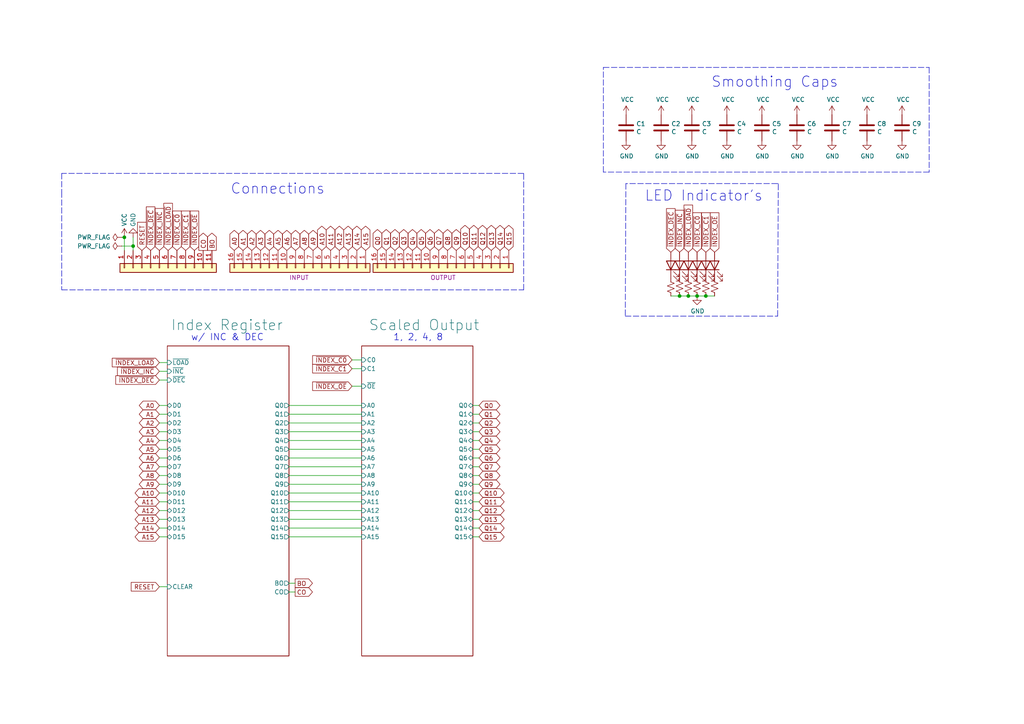
<source format=kicad_sch>
(kicad_sch (version 20211123) (generator eeschema)
  (paper "A4")
  (lib_symbols
    (symbol "Connector_Generic:Conn_01x11" (pin_names (offset 1.016) hide)
      (property "Reference" "J" (at 0 15.24 0))
      (property "Value" "Conn_01x11" (at 0 -15.24 0))
      (symbol "Conn_01x11_1_1"
        (rectangle (start -1.27 -12.573) (end 0 -12.827) (stroke (width 0.1524)))
        (rectangle (start -1.27 -10.033) (end 0 -10.287) (stroke (width 0.1524)))
        (rectangle (start -1.27 -7.493) (end 0 -7.747) (stroke (width 0.1524)))
        (rectangle (start -1.27 -4.953) (end 0 -5.207) (stroke (width 0.1524)))
        (rectangle (start -1.27 -2.413) (end 0 -2.667) (stroke (width 0.1524)))
        (rectangle (start -1.27 0.127) (end 0 -0.127) (stroke (width 0.1524)))
        (rectangle (start -1.27 2.667) (end 0 2.413) (stroke (width 0.1524)))
        (rectangle (start -1.27 5.207) (end 0 4.953) (stroke (width 0.1524)))
        (rectangle (start -1.27 7.747) (end 0 7.493) (stroke (width 0.1524)))
        (rectangle (start -1.27 10.287) (end 0 10.033) (stroke (width 0.1524)))
        (rectangle (start -1.27 12.827) (end 0 12.573) (stroke (width 0.1524)))
        (rectangle (start -1.27 13.97) (end 1.27 -13.97) (stroke (width 0.254)) (fill (type background)))
        (pin passive line (at -5.08 12.7 0) (length 3.81) (name "Pin_1") (number "1"))
        (pin passive line (at -5.08 -10.16 0) (length 3.81) (name "Pin_10") (number "10"))
        (pin passive line (at -5.08 -12.7 0) (length 3.81) (name "Pin_11") (number "11"))
        (pin passive line (at -5.08 10.16 0) (length 3.81) (name "Pin_2") (number "2"))
        (pin passive line (at -5.08 7.62 0) (length 3.81) (name "Pin_3") (number "3"))
        (pin passive line (at -5.08 5.08 0) (length 3.81) (name "Pin_4") (number "4"))
        (pin passive line (at -5.08 2.54 0) (length 3.81) (name "Pin_5") (number "5"))
        (pin passive line (at -5.08 0 0) (length 3.81) (name "Pin_6") (number "6"))
        (pin passive line (at -5.08 -2.54 0) (length 3.81) (name "Pin_7") (number "7"))
        (pin passive line (at -5.08 -5.08 0) (length 3.81) (name "Pin_8") (number "8"))
        (pin passive line (at -5.08 -7.62 0) (length 3.81) (name "Pin_9") (number "9"))
      )
    )
    (symbol "Connector_Generic:Conn_01x16" (pin_names (offset 1.016) hide)
      (property "Reference" "J" (at 0 20.32 0))
      (property "Value" "Conn_01x16" (at 0 -22.86 0))
      (symbol "Conn_01x16_1_1"
        (rectangle (start -1.27 -20.193) (end 0 -20.447) (stroke (width 0.1524)))
        (rectangle (start -1.27 -17.653) (end 0 -17.907) (stroke (width 0.1524)))
        (rectangle (start -1.27 -15.113) (end 0 -15.367) (stroke (width 0.1524)))
        (rectangle (start -1.27 -12.573) (end 0 -12.827) (stroke (width 0.1524)))
        (rectangle (start -1.27 -10.033) (end 0 -10.287) (stroke (width 0.1524)))
        (rectangle (start -1.27 -7.493) (end 0 -7.747) (stroke (width 0.1524)))
        (rectangle (start -1.27 -4.953) (end 0 -5.207) (stroke (width 0.1524)))
        (rectangle (start -1.27 -2.413) (end 0 -2.667) (stroke (width 0.1524)))
        (rectangle (start -1.27 0.127) (end 0 -0.127) (stroke (width 0.1524)))
        (rectangle (start -1.27 2.667) (end 0 2.413) (stroke (width 0.1524)))
        (rectangle (start -1.27 5.207) (end 0 4.953) (stroke (width 0.1524)))
        (rectangle (start -1.27 7.747) (end 0 7.493) (stroke (width 0.1524)))
        (rectangle (start -1.27 10.287) (end 0 10.033) (stroke (width 0.1524)))
        (rectangle (start -1.27 12.827) (end 0 12.573) (stroke (width 0.1524)))
        (rectangle (start -1.27 15.367) (end 0 15.113) (stroke (width 0.1524)))
        (rectangle (start -1.27 17.907) (end 0 17.653) (stroke (width 0.1524)))
        (rectangle (start -1.27 19.05) (end 1.27 -21.59) (stroke (width 0.254)) (fill (type background)))
        (pin passive line (at -5.08 17.78 0) (length 3.81) (name "Pin_1") (number "1"))
        (pin passive line (at -5.08 -5.08 0) (length 3.81) (name "Pin_10") (number "10"))
        (pin passive line (at -5.08 -7.62 0) (length 3.81) (name "Pin_11") (number "11"))
        (pin passive line (at -5.08 -10.16 0) (length 3.81) (name "Pin_12") (number "12"))
        (pin passive line (at -5.08 -12.7 0) (length 3.81) (name "Pin_13") (number "13"))
        (pin passive line (at -5.08 -15.24 0) (length 3.81) (name "Pin_14") (number "14"))
        (pin passive line (at -5.08 -17.78 0) (length 3.81) (name "Pin_15") (number "15"))
        (pin passive line (at -5.08 -20.32 0) (length 3.81) (name "Pin_16") (number "16"))
        (pin passive line (at -5.08 15.24 0) (length 3.81) (name "Pin_2") (number "2"))
        (pin passive line (at -5.08 12.7 0) (length 3.81) (name "Pin_3") (number "3"))
        (pin passive line (at -5.08 10.16 0) (length 3.81) (name "Pin_4") (number "4"))
        (pin passive line (at -5.08 7.62 0) (length 3.81) (name "Pin_5") (number "5"))
        (pin passive line (at -5.08 5.08 0) (length 3.81) (name "Pin_6") (number "6"))
        (pin passive line (at -5.08 2.54 0) (length 3.81) (name "Pin_7") (number "7"))
        (pin passive line (at -5.08 0 0) (length 3.81) (name "Pin_8") (number "8"))
        (pin passive line (at -5.08 -2.54 0) (length 3.81) (name "Pin_9") (number "9"))
      )
    )
    (symbol "Device:C" (pin_numbers hide) (pin_names (offset 0.254))
      (property "Reference" "C" (at 0.635 2.54 0))
      (property "Value" "C" (at 0.635 -2.54 0))
      (symbol "C_0_1"
        (polyline (pts (xy -2.032 -0.762) (xy 2.032 -0.762)) (stroke (width 0.508)))
        (polyline (pts (xy -2.032 0.762) (xy 2.032 0.762)) (stroke (width 0.508)))
      )
      (symbol "C_1_1"
        (pin passive line (at 0 3.81 270) (length 2.794) (name "~") (number "1"))
        (pin passive line (at 0 -3.81 90) (length 2.794) (name "~") (number "2"))
      )
    )
    (symbol "Device:LED" (pin_numbers hide) (pin_names (offset 1.016) hide)
      (property "Reference" "D" (at 0 2.54 0))
      (property "Value" "LED" (at 0 -2.54 0))
      (symbol "LED_0_1"
        (polyline (pts (xy -1.27 -1.27) (xy -1.27 1.27)) (stroke (width 0.254)))
        (polyline (pts (xy -1.27 0) (xy 1.27 0)))
        (polyline (pts (xy 1.27 -1.27) (xy 1.27 1.27) (xy -1.27 0) (xy 1.27 -1.27)) (stroke (width 0.254)))
        (polyline (pts (xy -3.048 -0.762) (xy -4.572 -2.286) (xy -3.81 -2.286) (xy -4.572 -2.286) (xy -4.572 -1.524)))
        (polyline (pts (xy -1.778 -0.762) (xy -3.302 -2.286) (xy -2.54 -2.286) (xy -3.302 -2.286) (xy -3.302 -1.524)))
      )
      (symbol "LED_1_1"
        (pin passive line (at -3.81 0 0) (length 2.54) (name "K") (number "1"))
        (pin passive line (at 3.81 0 180) (length 2.54) (name "A") (number "2"))
      )
    )
    (symbol "Device:R_Small_US" (pin_numbers hide) (pin_names (offset 0.254) hide)
      (property "Reference" "R" (at 0.762 0.508 0))
      (property "Value" "R_Small_US" (at 0.762 -1.016 0))
      (symbol "R_Small_US_1_1"
        (polyline (pts (xy 0 0) (xy 1.016 -0.381) (xy 0 -0.762) (xy -1.016 -1.143) (xy 0 -1.524)))
        (polyline (pts (xy 0 1.524) (xy 1.016 1.143) (xy 0 0.762) (xy -1.016 0.381) (xy 0 0)))
        (pin passive line (at 0 2.54 270) (length 1.016) (name "~") (number "1"))
        (pin passive line (at 0 -2.54 90) (length 1.016) (name "~") (number "2"))
      )
    )
    (symbol "power:GND" (power) (pin_names (offset 0))
      (property "Value" "GND" (at 0 -3.81 0))
      (symbol "GND_0_1"
        (polyline (pts (xy 0 0) (xy 0 -1.27) (xy 1.27 -1.27) (xy 0 -2.54) (xy -1.27 -1.27) (xy 0 -1.27)))
      )
      (symbol "GND_1_1"
        (pin power_in line (at 0 0 270) (length 0) hide (name "GND") (number "1"))
      )
    )
    (symbol "power:PWR_FLAG" (power) (pin_numbers hide) (pin_names (offset 0) hide)
      (property "Value" "PWR_FLAG" (at 0 3.81 0))
      (symbol "PWR_FLAG_0_0"
        (pin power_out line (at 0 0 90) (length 0) (name "pwr") (number "1"))
      )
      (symbol "PWR_FLAG_0_1"
        (polyline (pts (xy 0 0) (xy 0 1.27) (xy -1.016 1.905) (xy 0 2.54) (xy 1.016 1.905) (xy 0 1.27)))
      )
    )
    (symbol "power:VCC" (power) (pin_names (offset 0))
      (property "Value" "VCC" (at 0 3.81 0))
      (symbol "VCC_0_1"
        (polyline (pts (xy -0.762 1.27) (xy 0 2.54)))
        (polyline (pts (xy 0 0) (xy 0 2.54)))
        (polyline (pts (xy 0 2.54) (xy 0.762 1.27)))
      )
      (symbol "VCC_1_1"
        (pin power_in line (at 0 0 90) (length 0) hide (name "VCC") (number "1"))
      )
    )
  )
  (junction (at 197.104 85.852))
  (junction (at 38.608 71.374))
  (junction (at 204.724 85.852))
  (junction (at 36.068 68.834))
  (junction (at 202.184 85.852))
  (junction (at 199.644 85.852))
  (wire (pts (xy 38.608 71.374) (xy 38.608 72.644)))
  (polyline (pts (xy 225.6028 53.2384) (xy 225.7298 53.2384)))
  (wire (pts (xy 83.82 130.302) (xy 104.902 130.302)))
  (wire (pts (xy 46.228 132.842) (xy 48.514 132.842)))
  (wire (pts (xy 46.228 125.222) (xy 48.514 125.222)))
  (wire (pts (xy 46.228 145.542) (xy 48.514 145.542)))
  (polyline (pts (xy 225.4758 53.2384) (xy 181.5338 53.2384)))
  (wire (pts (xy 46.228 143.002) (xy 48.514 143.002)))
  (wire (pts (xy 83.82 148.082) (xy 104.902 148.082)))
  (wire (pts (xy 46.228 155.702) (xy 48.514 155.702)))
  (wire (pts (xy 83.82 117.602) (xy 104.902 117.602)))
  (wire (pts (xy 137.16 117.602) (xy 138.938 117.602)))
  (polyline (pts (xy 17.907 55.626) (xy 17.907 84.074)))
  (wire (pts (xy 83.82 140.462) (xy 104.902 140.462)))
  (wire (pts (xy 35.306 71.374) (xy 38.608 71.374)))
  (polyline (pts (xy 181.356 91.694) (xy 225.552 91.694)))
  (wire (pts (xy 46.228 140.462) (xy 48.514 140.462)))
  (polyline (pts (xy 269.494 49.911) (xy 175.006 49.911)))
  (polyline (pts (xy 175.006 49.911) (xy 175.006 19.558)))
  (wire (pts (xy 83.82 150.622) (xy 104.902 150.622)))
  (wire (pts (xy 137.16 120.142) (xy 138.938 120.142)))
  (wire (pts (xy 46.228 127.762) (xy 48.514 127.762)))
  (polyline (pts (xy 175.006 19.558) (xy 206.883 19.558)))
  (wire (pts (xy 83.82 137.922) (xy 104.902 137.922)))
  (wire (pts (xy 137.16 153.162) (xy 138.938 153.162)))
  (wire (pts (xy 137.16 145.542) (xy 138.938 145.542)))
  (wire (pts (xy 137.16 125.222) (xy 138.938 125.222)))
  (wire (pts (xy 46.228 122.682) (xy 48.514 122.682)))
  (wire (pts (xy 46.228 148.082) (xy 48.514 148.082)))
  (polyline (pts (xy 17.907 50.292) (xy 17.907 55.753)))
  (wire (pts (xy 137.16 137.922) (xy 138.938 137.922)))
  (wire (pts (xy 46.228 117.602) (xy 48.514 117.602)))
  (polyline (pts (xy 181.5338 53.2384) (xy 181.356 91.694)))
  (wire (pts (xy 194.564 85.852) (xy 197.104 85.852)))
  (polyline (pts (xy 225.552 91.694) (xy 225.7298 53.2384)))
  (wire (pts (xy 46.228 135.382) (xy 48.514 135.382)))
  (wire (pts (xy 46.228 130.302) (xy 48.514 130.302)))
  (wire (pts (xy 83.82 155.702) (xy 104.902 155.702)))
  (wire (pts (xy 137.16 127.762) (xy 138.938 127.762)))
  (polyline (pts (xy 206.883 19.558) (xy 269.494 19.558)))
  (wire (pts (xy 199.644 85.852) (xy 202.184 85.852)))
  (wire (pts (xy 46.228 170.18) (xy 48.514 170.18)))
  (polyline (pts (xy 151.892 84.074) (xy 151.892 50.292)))
  (wire (pts (xy 46.228 137.922) (xy 48.514 137.922)))
  (wire (pts (xy 137.16 130.302) (xy 138.938 130.302)))
  (wire (pts (xy 83.82 122.682) (xy 104.902 122.682)))
  (wire (pts (xy 83.82 125.222) (xy 104.902 125.222)))
  (wire (pts (xy 46.228 105.156) (xy 48.514 105.156)))
  (polyline (pts (xy 17.907 84.074) (xy 151.892 84.074)))
  (wire (pts (xy 137.16 143.002) (xy 138.938 143.002)))
  (wire (pts (xy 202.184 85.852) (xy 204.724 85.852)))
  (wire (pts (xy 83.82 127.762) (xy 104.902 127.762)))
  (wire (pts (xy 102.108 104.394) (xy 104.902 104.394)))
  (wire (pts (xy 197.104 85.852) (xy 199.644 85.852)))
  (wire (pts (xy 83.82 169.164) (xy 85.598 169.164)))
  (wire (pts (xy 83.82 135.382) (xy 104.902 135.382)))
  (wire (pts (xy 46.228 110.236) (xy 48.514 110.236)))
  (wire (pts (xy 83.82 120.142) (xy 104.902 120.142)))
  (wire (pts (xy 137.16 155.702) (xy 138.938 155.702)))
  (wire (pts (xy 35.306 68.834) (xy 36.068 68.834)))
  (wire (pts (xy 36.068 68.834) (xy 36.068 72.644)))
  (wire (pts (xy 137.16 140.462) (xy 138.938 140.462)))
  (wire (pts (xy 83.82 143.002) (xy 104.902 143.002)))
  (wire (pts (xy 46.228 150.622) (xy 48.514 150.622)))
  (wire (pts (xy 204.724 85.852) (xy 207.264 85.852)))
  (wire (pts (xy 46.228 153.162) (xy 48.514 153.162)))
  (wire (pts (xy 137.16 135.382) (xy 138.938 135.382)))
  (wire (pts (xy 46.228 107.696) (xy 48.514 107.696)))
  (polyline (pts (xy 151.892 50.292) (xy 17.907 50.292)))
  (wire (pts (xy 83.82 171.704) (xy 85.598 171.704)))
  (wire (pts (xy 102.108 106.934) (xy 104.902 106.934)))
  (wire (pts (xy 137.16 132.842) (xy 138.938 132.842)))
  (wire (pts (xy 102.108 112.014) (xy 104.902 112.014)))
  (wire (pts (xy 137.16 148.082) (xy 138.938 148.082)))
  (wire (pts (xy 83.82 153.162) (xy 104.902 153.162)))
  (wire (pts (xy 46.228 120.142) (xy 48.514 120.142)))
  (polyline (pts (xy 269.494 19.558) (xy 269.494 49.911)))
  (wire (pts (xy 38.608 68.834) (xy 38.608 71.374)))
  (wire (pts (xy 137.16 150.622) (xy 138.938 150.622)))
  (wire (pts (xy 137.16 122.682) (xy 138.938 122.682)))
  (wire (pts (xy 83.82 145.542) (xy 104.902 145.542)))
  (wire (pts (xy 83.82 132.842) (xy 104.902 132.842)))
  (text "1, 2, 4, 8" (at 114.046 99.06 0) (effects (font (size 1.9 1.9)) (justify left bottom)))
  (text "Connections" (at 66.802 56.642 0) (effects (font (size 3 3)) (justify left bottom)))
  (text "w/ INC & DEC" (at 55.372 99.06 0) (effects (font (size 1.9 1.9)) (justify left bottom)))
  (text "LED Indicator's" (at 186.944 58.674 0) (effects (font (size 3 3)) (justify left bottom)))
  (text "Smoothing Caps" (at 206.248 25.654 0) (effects (font (size 3 3)) (justify left bottom)))
  (global_label "A0" (shape tri_state) (at 46.228 117.602 180) (property "Intersheet References" "${INTERSHEET_REFS}" (effects hide)))
  (global_label "Q10" (shape tri_state) (at 134.874 72.644 90) (property "Intersheet References" "${INTERSHEET_REFS}" (effects hide)))
  (global_label "A10" (shape tri_state) (at 93.345 72.644 90) (property "Intersheet References" "${INTERSHEET_REFS}" (effects hide)))
  (global_label "A0" (shape tri_state) (at 67.945 72.644 90) (property "Intersheet References" "${INTERSHEET_REFS}" (effects hide)))
  (global_label "Q7" (shape tri_state) (at 127.254 72.644 90) (property "Intersheet References" "${INTERSHEET_REFS}" (effects hide)))
  (global_label "CO" (shape output) (at 58.928 72.644 90) (property "Intersheet References" "${INTERSHEET_REFS}" (effects hide)))
  (global_label "~{INDEX_OE}" (shape input) (at 207.264 73.152 90) (property "Intersheet References" "${INTERSHEET_REFS}" (effects hide)))
  (global_label "Q8" (shape tri_state) (at 129.794 72.644 90) (property "Intersheet References" "${INTERSHEET_REFS}" (effects hide)))
  (global_label "A5" (shape tri_state) (at 46.228 130.302 180) (property "Intersheet References" "${INTERSHEET_REFS}" (effects hide)))
  (global_label "Q15" (shape tri_state) (at 138.938 155.702 0) (property "Intersheet References" "${INTERSHEET_REFS}" (effects hide)))
  (global_label "A2" (shape tri_state) (at 46.228 122.682 180) (property "Intersheet References" "${INTERSHEET_REFS}" (effects hide)))
  (global_label "Q5" (shape tri_state) (at 122.174 72.644 90) (property "Intersheet References" "${INTERSHEET_REFS}" (effects hide)))
  (global_label "A7" (shape tri_state) (at 46.228 135.382 180) (property "Intersheet References" "${INTERSHEET_REFS}" (effects hide)))
  (global_label "A8" (shape tri_state) (at 88.265 72.644 90) (property "Intersheet References" "${INTERSHEET_REFS}" (effects hide)))
  (global_label "~{INDEX_DEC}" (shape input) (at 43.688 72.644 90) (property "Intersheet References" "${INTERSHEET_REFS}" (effects hide)))
  (global_label "A3" (shape tri_state) (at 46.228 125.222 180) (property "Intersheet References" "${INTERSHEET_REFS}" (effects hide)))
  (global_label "~{INDEX_LOAD}" (shape input) (at 46.228 105.156 180) (property "Intersheet References" "${INTERSHEET_REFS}" (effects hide)))
  (global_label "A13" (shape tri_state) (at 100.965 72.644 90) (property "Intersheet References" "${INTERSHEET_REFS}" (effects hide)))
  (global_label "Q14" (shape tri_state) (at 145.034 72.644 90) (property "Intersheet References" "${INTERSHEET_REFS}" (effects hide)))
  (global_label "Q9" (shape tri_state) (at 138.938 140.462 0) (property "Intersheet References" "${INTERSHEET_REFS}" (effects hide)))
  (global_label "Q12" (shape tri_state) (at 139.954 72.644 90) (property "Intersheet References" "${INTERSHEET_REFS}" (effects hide)))
  (global_label "A14" (shape tri_state) (at 46.228 153.162 180) (property "Intersheet References" "${INTERSHEET_REFS}" (effects hide)))
  (global_label "A1" (shape tri_state) (at 70.485 72.644 90) (property "Intersheet References" "${INTERSHEET_REFS}" (effects hide)))
  (global_label "A8" (shape tri_state) (at 46.228 137.922 180) (property "Intersheet References" "${INTERSHEET_REFS}" (effects hide)))
  (global_label "~{INDEX_OE}" (shape input) (at 56.388 72.644 90) (property "Intersheet References" "${INTERSHEET_REFS}" (effects hide)))
  (global_label "~{INDEX_DEC}" (shape input) (at 46.228 110.236 180) (property "Intersheet References" "${INTERSHEET_REFS}" (effects hide)))
  (global_label "Q7" (shape tri_state) (at 138.938 135.382 0) (property "Intersheet References" "${INTERSHEET_REFS}" (effects hide)))
  (global_label "A12" (shape tri_state) (at 98.425 72.644 90) (property "Intersheet References" "${INTERSHEET_REFS}" (effects hide)))
  (global_label "A1" (shape tri_state) (at 46.228 120.142 180) (property "Intersheet References" "${INTERSHEET_REFS}" (effects hide)))
  (global_label "Q10" (shape tri_state) (at 138.938 143.002 0) (property "Intersheet References" "${INTERSHEET_REFS}" (effects hide)))
  (global_label "CO" (shape output) (at 85.598 171.704 0) (property "Intersheet References" "${INTERSHEET_REFS}" (effects hide)))
  (global_label "Q5" (shape tri_state) (at 138.938 130.302 0) (property "Intersheet References" "${INTERSHEET_REFS}" (effects hide)))
  (global_label "A6" (shape tri_state) (at 83.185 72.644 90) (property "Intersheet References" "${INTERSHEET_REFS}" (effects hide)))
  (global_label "Q2" (shape tri_state) (at 138.938 122.682 0) (property "Intersheet References" "${INTERSHEET_REFS}" (effects hide)))
  (global_label "Q8" (shape tri_state) (at 138.938 137.922 0) (property "Intersheet References" "${INTERSHEET_REFS}" (effects hide)))
  (global_label "A4" (shape tri_state) (at 46.228 127.762 180) (property "Intersheet References" "${INTERSHEET_REFS}" (effects hide)))
  (global_label "A7" (shape tri_state) (at 85.725 72.644 90) (property "Intersheet References" "${INTERSHEET_REFS}" (effects hide)))
  (global_label "A9" (shape tri_state) (at 90.805 72.644 90) (property "Intersheet References" "${INTERSHEET_REFS}" (effects hide)))
  (global_label "RESET" (shape input) (at 46.228 170.18 180) (property "Intersheet References" "${INTERSHEET_REFS}" (effects hide)))
  (global_label "A15" (shape tri_state) (at 106.045 72.644 90) (property "Intersheet References" "${INTERSHEET_REFS}" (effects hide)))
  (global_label "Q0" (shape tri_state) (at 138.938 117.602 0) (property "Intersheet References" "${INTERSHEET_REFS}" (effects hide)))
  (global_label "A3" (shape tri_state) (at 75.565 72.644 90) (property "Intersheet References" "${INTERSHEET_REFS}" (effects hide)))
  (global_label "~{INDEX_C0}" (shape input) (at 51.308 72.644 90) (property "Intersheet References" "${INTERSHEET_REFS}" (effects hide)))
  (global_label "A2" (shape tri_state) (at 73.025 72.644 90) (property "Intersheet References" "${INTERSHEET_REFS}" (effects hide)))
  (global_label "Q0" (shape tri_state) (at 109.474 72.644 90) (property "Intersheet References" "${INTERSHEET_REFS}" (effects hide)))
  (global_label "~{INDEX_LOAD}" (shape input) (at 199.644 73.152 90) (property "Intersheet References" "${INTERSHEET_REFS}" (effects hide)))
  (global_label "A10" (shape tri_state) (at 46.228 143.002 180) (property "Intersheet References" "${INTERSHEET_REFS}" (effects hide)))
  (global_label "A15" (shape tri_state) (at 46.228 155.702 180) (property "Intersheet References" "${INTERSHEET_REFS}" (effects hide)))
  (global_label "Q1" (shape tri_state) (at 138.938 120.142 0) (property "Intersheet References" "${INTERSHEET_REFS}" (effects hide)))
  (global_label "A13" (shape tri_state) (at 46.228 150.622 180) (property "Intersheet References" "${INTERSHEET_REFS}" (effects hide)))
  (global_label "A11" (shape tri_state) (at 95.885 72.644 90) (property "Intersheet References" "${INTERSHEET_REFS}" (effects hide)))
  (global_label "~{INDEX_C1}" (shape input) (at 53.848 72.644 90) (property "Intersheet References" "${INTERSHEET_REFS}" (effects hide)))
  (global_label "~{INDEX_INC}" (shape input) (at 197.104 73.152 90) (property "Intersheet References" "${INTERSHEET_REFS}" (effects hide)))
  (global_label "Q3" (shape tri_state) (at 138.938 125.222 0) (property "Intersheet References" "${INTERSHEET_REFS}" (effects hide)))
  (global_label "~{INDEX_C0}" (shape input) (at 202.184 73.152 90) (property "Intersheet References" "${INTERSHEET_REFS}" (effects hide)))
  (global_label "~{INDEX_LOAD}" (shape input) (at 48.768 72.644 90) (property "Intersheet References" "${INTERSHEET_REFS}" (effects hide)))
  (global_label "A11" (shape tri_state) (at 46.228 145.542 180) (property "Intersheet References" "${INTERSHEET_REFS}" (effects hide)))
  (global_label "Q4" (shape tri_state) (at 119.634 72.644 90) (property "Intersheet References" "${INTERSHEET_REFS}" (effects hide)))
  (global_label "A5" (shape tri_state) (at 80.645 72.644 90) (property "Intersheet References" "${INTERSHEET_REFS}" (effects hide)))
  (global_label "A14" (shape tri_state) (at 103.505 72.644 90) (property "Intersheet References" "${INTERSHEET_REFS}" (effects hide)))
  (global_label "~{INDEX_OE}" (shape input) (at 102.108 112.014 180) (property "Intersheet References" "${INTERSHEET_REFS}" (effects hide)))
  (global_label "Q6" (shape tri_state) (at 138.938 132.842 0) (property "Intersheet References" "${INTERSHEET_REFS}" (effects hide)))
  (global_label "Q1" (shape tri_state) (at 112.014 72.644 90) (property "Intersheet References" "${INTERSHEET_REFS}" (effects hide)))
  (global_label "A6" (shape tri_state) (at 46.228 132.842 180) (property "Intersheet References" "${INTERSHEET_REFS}" (effects hide)))
  (global_label "~{INDEX_INC}" (shape input) (at 46.228 72.644 90) (property "Intersheet References" "${INTERSHEET_REFS}" (effects hide)))
  (global_label "BO" (shape output) (at 85.598 169.164 0) (property "Intersheet References" "${INTERSHEET_REFS}" (effects hide)))
  (global_label "Q11" (shape tri_state) (at 137.414 72.644 90) (property "Intersheet References" "${INTERSHEET_REFS}" (effects hide)))
  (global_label "~{INDEX_INC}" (shape input) (at 46.228 107.696 180) (property "Intersheet References" "${INTERSHEET_REFS}" (effects hide)))
  (global_label "BO" (shape output) (at 61.468 72.644 90) (property "Intersheet References" "${INTERSHEET_REFS}" (effects hide)))
  (global_label "A9" (shape tri_state) (at 46.228 140.462 180) (property "Intersheet References" "${INTERSHEET_REFS}" (effects hide)))
  (global_label "~{INDEX_C0}" (shape input) (at 102.108 104.394 180) (property "Intersheet References" "${INTERSHEET_REFS}" (effects hide)))
  (global_label "Q13" (shape tri_state) (at 138.938 150.622 0) (property "Intersheet References" "${INTERSHEET_REFS}" (effects hide)))
  (global_label "A4" (shape tri_state) (at 78.105 72.644 90) (property "Intersheet References" "${INTERSHEET_REFS}" (effects hide)))
  (global_label "~{INDEX_DEC}" (shape input) (at 194.564 73.152 90) (property "Intersheet References" "${INTERSHEET_REFS}" (effects hide)))
  (global_label "A12" (shape tri_state) (at 46.228 148.082 180) (property "Intersheet References" "${INTERSHEET_REFS}" (effects hide)))
  (global_label "Q14" (shape tri_state) (at 138.938 153.162 0) (property "Intersheet References" "${INTERSHEET_REFS}" (effects hide)))
  (global_label "Q6" (shape tri_state) (at 124.714 72.644 90) (property "Intersheet References" "${INTERSHEET_REFS}" (effects hide)))
  (global_label "Q15" (shape tri_state) (at 147.574 72.644 90) (property "Intersheet References" "${INTERSHEET_REFS}" (effects hide)))
  (global_label "Q9" (shape tri_state) (at 132.334 72.644 90) (property "Intersheet References" "${INTERSHEET_REFS}" (effects hide)))
  (global_label "RESET" (shape input) (at 41.148 72.644 90) (property "Intersheet References" "${INTERSHEET_REFS}" (effects hide)))
  (global_label "Q4" (shape tri_state) (at 138.938 127.762 0) (property "Intersheet References" "${INTERSHEET_REFS}" (effects hide)))
  (global_label "~{INDEX_C1}" (shape input) (at 102.108 106.934 180) (property "Intersheet References" "${INTERSHEET_REFS}" (effects hide)))
  (global_label "Q11" (shape tri_state) (at 138.938 145.542 0) (property "Intersheet References" "${INTERSHEET_REFS}" (effects hide)))
  (global_label "Q13" (shape tri_state) (at 142.494 72.644 90) (property "Intersheet References" "${INTERSHEET_REFS}" (effects hide)))
  (global_label "~{INDEX_C1}" (shape input) (at 204.724 73.152 90) (property "Intersheet References" "${INTERSHEET_REFS}" (effects hide)))
  (global_label "Q12" (shape tri_state) (at 138.938 148.082 0) (property "Intersheet References" "${INTERSHEET_REFS}" (effects hide)))
  (global_label "Q2" (shape tri_state) (at 114.554 72.644 90) (property "Intersheet References" "${INTERSHEET_REFS}" (effects hide)))
  (global_label "Q3" (shape tri_state) (at 117.094 72.644 90) (property "Intersheet References" "${INTERSHEET_REFS}" (effects hide)))
  (symbol (lib_id "Device:C") (at 261.62 37.084 0) (unit 1)
    (property "Reference" "C9" (at 264.541 35.9156 0) (effects (justify left)))
    (property "Value" "C" (at 264.541 38.227 0) (effects (justify left)))
    (property "Footprint" "Capacitor_SMD:C_0805_2012Metric" (effects hide))
  )
  (symbol (lib_id "Device:R_Small_US") (at 204.724 83.312 0) (unit 1)
    (property "Reference" "R5" (effects hide))
    (property "Value" "R_Small_US" (effects hide))
    (property "Footprint" "Resistor_SMD:R_0805_2012Metric" (effects hide))
  )
  (symbol (lib_id "power:VCC") (at 210.82 33.274 0) (unit 1)
    (property "Reference" "#PWR010" (effects hide))
    (property "Value" "VCC" (at 211.201 28.8798 0))
  )
  (symbol (lib_id "Device:R_Small_US") (at 202.184 83.312 0) (unit 1)
    (property "Reference" "R4" (effects hide))
    (property "Value" "R_Small_US" (effects hide))
    (property "Footprint" "Resistor_SMD:R_0805_2012Metric" (effects hide))
  )
  (symbol (lib_id "Device:C") (at 231.14 37.084 0) (unit 1)
    (property "Reference" "C6" (at 234.061 35.9156 0) (effects (justify left)))
    (property "Value" "C" (at 234.061 38.227 0) (effects (justify left)))
    (property "Footprint" "Capacitor_SMD:C_0805_2012Metric" (effects hide))
  )
  (symbol (lib_id "power:VCC") (at 200.66 33.274 0) (unit 1)
    (property "Reference" "#PWR07" (effects hide))
    (property "Value" "VCC" (at 201.041 28.8798 0))
  )
  (symbol (lib_id "Device:C") (at 210.82 37.084 0) (unit 1)
    (property "Reference" "C4" (at 213.741 35.9156 0) (effects (justify left)))
    (property "Value" "C" (at 213.741 38.227 0) (effects (justify left)))
    (property "Footprint" "Capacitor_SMD:C_0805_2012Metric" (effects hide))
  )
  (symbol (lib_id "Device:R_Small_US") (at 207.264 83.312 0) (unit 1)
    (property "Reference" "R7" (effects hide))
    (property "Value" "R_Small_US" (effects hide))
    (property "Footprint" "Resistor_SMD:R_0805_2012Metric" (effects hide))
  )
  (symbol (lib_id "Device:R_Small_US") (at 199.644 83.312 0) (unit 1)
    (property "Reference" "R3" (effects hide))
    (property "Value" "R_Small_US" (effects hide))
    (property "Footprint" "Resistor_SMD:R_0805_2012Metric" (effects hide))
  )
  (symbol (lib_id "Device:LED") (at 207.264 76.962 90) (unit 1)
    (property "Reference" "D7" (effects hide))
    (property "Value" "LED" (effects hide))
    (property "Footprint" "LED_SMD:LED_1206_3216Metric" (effects hide))
  )
  (symbol (lib_id "Device:LED") (at 199.644 76.962 90) (unit 1)
    (property "Reference" "D3" (effects hide))
    (property "Value" "LED" (effects hide))
    (property "Footprint" "LED_SMD:LED_1206_3216Metric" (effects hide))
  )
  (symbol (lib_id "Device:R_Small_US") (at 194.564 83.312 0) (unit 1)
    (property "Reference" "R1" (effects hide))
    (property "Value" "R_Small_US" (effects hide))
    (property "Footprint" "Resistor_SMD:R_0805_2012Metric" (effects hide))
  )
  (symbol (lib_id "power:GND") (at 202.184 85.852 0) (unit 1)
    (property "Reference" "#PWR09" (effects hide))
    (property "Value" "GND" (at 202.311 90.2462 0))
  )
  (symbol (lib_id "power:PWR_FLAG") (at 35.306 71.374 90) (unit 1)
    (property "Reference" "#FLG02" (effects hide))
    (property "Value" "PWR_FLAG" (at 32.0548 71.374 90) (effects (justify left)))
  )
  (symbol (lib_id "power:PWR_FLAG") (at 35.306 68.834 90) (unit 1)
    (property "Reference" "#FLG01" (effects hide))
    (property "Value" "PWR_FLAG" (at 32.0548 68.834 90) (effects (justify left)))
  )
  (symbol (lib_id "power:GND") (at 210.82 40.894 0) (unit 1)
    (property "Reference" "#PWR011" (effects hide))
    (property "Value" "GND" (at 210.947 45.2882 0))
  )
  (symbol (lib_id "Device:C") (at 191.77 37.084 0) (unit 1)
    (property "Reference" "C2" (at 194.691 35.9156 0) (effects (justify left)))
    (property "Value" "C" (at 194.691 38.227 0) (effects (justify left)))
    (property "Footprint" "Capacitor_SMD:C_0805_2012Metric" (effects hide))
  )
  (symbol (lib_id "power:VCC") (at 231.14 33.274 0) (unit 1)
    (property "Reference" "#PWR014" (effects hide))
    (property "Value" "VCC" (at 231.521 28.8798 0))
  )
  (symbol (lib_id "Connector_Generic:Conn_01x16") (at 129.794 77.724 270) (unit 1)
    (property "Reference" "J3" (effects hide))
    (property "Value" "Conn_01x16" (effects hide))
    (property "Footprint" "Connector_PinHeader_2.54mm:PinHeader_1x16_P2.54mm_Vertical" (effects hide))
    (property "Field4" "OUTPUT" (at 128.524 80.518 90))
  )
  (symbol (lib_id "power:GND") (at 241.3 40.894 0) (unit 1)
    (property "Reference" "#PWR017" (effects hide))
    (property "Value" "GND" (at 241.427 45.2882 0))
  )
  (symbol (lib_id "power:GND") (at 231.14 40.894 0) (unit 1)
    (property "Reference" "#PWR015" (effects hide))
    (property "Value" "GND" (at 231.267 45.2882 0))
  )
  (symbol (lib_id "Device:C") (at 241.3 37.084 0) (unit 1)
    (property "Reference" "C7" (at 244.221 35.9156 0) (effects (justify left)))
    (property "Value" "C" (at 244.221 38.227 0) (effects (justify left)))
    (property "Footprint" "Capacitor_SMD:C_0805_2012Metric" (effects hide))
  )
  (symbol (lib_id "power:VCC") (at 220.98 33.274 0) (unit 1)
    (property "Reference" "#PWR012" (effects hide))
    (property "Value" "VCC" (at 221.361 28.8798 0))
  )
  (symbol (lib_id "power:VCC") (at 241.3 33.274 0) (unit 1)
    (property "Reference" "#PWR016" (effects hide))
    (property "Value" "VCC" (at 241.681 28.8798 0))
  )
  (symbol (lib_id "power:GND") (at 38.608 68.834 180) (unit 1)
    (property "Reference" "#PWR02" (effects hide))
    (property "Value" "GND" (at 38.608 63.754 90))
  )
  (symbol (lib_id "Device:LED") (at 202.184 76.962 90) (unit 1)
    (property "Reference" "D4" (effects hide))
    (property "Value" "LED" (effects hide))
    (property "Footprint" "LED_SMD:LED_1206_3216Metric" (effects hide))
  )
  (symbol (lib_id "Connector_Generic:Conn_01x11") (at 48.768 77.724 90) (mirror x) (unit 1)
    (property "Reference" "J1" (effects hide))
    (property "Value" "Conn_01x11" (effects hide))
    (property "Footprint" "Connector_PinHeader_2.54mm:PinHeader_1x11_P2.54mm_Vertical" (effects hide))
  )
  (symbol (lib_id "power:GND") (at 181.61 40.894 0) (unit 1)
    (property "Reference" "#PWR04" (effects hide))
    (property "Value" "GND" (at 181.737 45.2882 0))
  )
  (symbol (lib_id "Device:LED") (at 194.564 76.962 90) (unit 1)
    (property "Reference" "D1" (effects hide))
    (property "Value" "LED" (effects hide))
    (property "Footprint" "LED_SMD:LED_1206_3216Metric" (effects hide))
  )
  (symbol (lib_id "power:GND") (at 220.98 40.894 0) (unit 1)
    (property "Reference" "#PWR013" (effects hide))
    (property "Value" "GND" (at 221.107 45.2882 0))
  )
  (symbol (lib_id "Device:C") (at 181.61 37.084 0) (unit 1)
    (property "Reference" "C1" (at 184.531 35.9156 0) (effects (justify left)))
    (property "Value" "C" (at 184.531 38.227 0) (effects (justify left)))
    (property "Footprint" "Capacitor_SMD:C_0805_2012Metric" (effects hide))
  )
  (symbol (lib_id "Device:C") (at 200.66 37.084 0) (unit 1)
    (property "Reference" "C3" (at 203.581 35.9156 0) (effects (justify left)))
    (property "Value" "C" (at 203.581 38.227 0) (effects (justify left)))
    (property "Footprint" "Capacitor_SMD:C_0805_2012Metric" (effects hide))
  )
  (symbol (lib_id "power:GND") (at 251.46 40.894 0) (unit 1)
    (property "Reference" "#PWR019" (effects hide))
    (property "Value" "GND" (at 251.587 45.2882 0))
  )
  (symbol (lib_id "power:VCC") (at 36.068 68.834 0) (unit 1)
    (property "Reference" "#PWR01" (effects hide))
    (property "Value" "VCC" (at 36.068 63.754 90))
  )
  (symbol (lib_id "power:VCC") (at 181.61 33.274 0) (unit 1)
    (property "Reference" "#PWR03" (effects hide))
    (property "Value" "VCC" (at 181.991 28.8798 0))
  )
  (symbol (lib_id "power:GND") (at 191.77 40.894 0) (unit 1)
    (property "Reference" "#PWR06" (effects hide))
    (property "Value" "GND" (at 191.897 45.2882 0))
  )
  (symbol (lib_id "power:GND") (at 200.66 40.894 0) (unit 1)
    (property "Reference" "#PWR08" (effects hide))
    (property "Value" "GND" (at 200.787 45.2882 0))
  )
  (symbol (lib_id "power:VCC") (at 251.46 33.274 0) (unit 1)
    (property "Reference" "#PWR018" (effects hide))
    (property "Value" "VCC" (at 251.841 28.8798 0))
  )
  (symbol (lib_id "Device:LED") (at 204.724 76.962 90) (unit 1)
    (property "Reference" "D5" (effects hide))
    (property "Value" "LED" (effects hide))
    (property "Footprint" "LED_SMD:LED_1206_3216Metric" (effects hide))
  )
  (symbol (lib_id "Device:C") (at 251.46 37.084 0) (unit 1)
    (property "Reference" "C8" (at 254.381 35.9156 0) (effects (justify left)))
    (property "Value" "C" (at 254.381 38.227 0) (effects (justify left)))
    (property "Footprint" "Capacitor_SMD:C_0805_2012Metric" (effects hide))
  )
  (symbol (lib_id "Device:R_Small_US") (at 197.104 83.312 0) (unit 1)
    (property "Reference" "R2" (effects hide))
    (property "Value" "R_Small_US" (effects hide))
    (property "Footprint" "Resistor_SMD:R_0805_2012Metric" (effects hide))
  )
  (symbol (lib_id "Device:C") (at 220.98 37.084 0) (unit 1)
    (property "Reference" "C5" (at 223.901 35.9156 0) (effects (justify left)))
    (property "Value" "C" (at 223.901 38.227 0) (effects (justify left)))
    (property "Footprint" "Capacitor_SMD:C_0805_2012Metric" (effects hide))
  )
  (symbol (lib_id "power:VCC") (at 261.62 33.274 0) (unit 1)
    (property "Reference" "#PWR020" (effects hide))
    (property "Value" "VCC" (at 262.001 28.8798 0))
  )
  (symbol (lib_id "Connector_Generic:Conn_01x16") (at 88.265 77.724 270) (unit 1)
    (property "Reference" "J2" (effects hide))
    (property "Value" "Conn_01x16" (effects hide))
    (property "Footprint" "Connector_PinHeader_2.54mm:PinHeader_1x16_P2.54mm_Vertical" (effects hide))
    (property "Field4" "INPUT" (at 86.741 80.518 90))
  )
  (symbol (lib_id "power:GND") (at 261.62 40.894 0) (unit 1)
    (property "Reference" "#PWR021" (effects hide))
    (property "Value" "GND" (at 261.747 45.2882 0))
  )
  (symbol (lib_id "Device:LED") (at 197.104 76.962 90) (unit 1)
    (property "Reference" "D2" (effects hide))
    (property "Value" "LED" (effects hide))
    (property "Footprint" "LED_SMD:LED_1206_3216Metric" (effects hide))
  )
  (symbol (lib_id "power:VCC") (at 191.77 33.274 0) (unit 1)
    (property "Reference" "#PWR05" (effects hide))
    (property "Value" "VCC" (at 192.151 28.8798 0))
  )
  (sheet (at 104.902 100.33) (size 32.258 89.916) (stroke (width 0.1524))
    (property "Sheet name" "Scaled Output" (at 106.934 96.012 0) (effects (font (size 3 3)) (justify left bottom)))
    (property "Sheet file" "scale-factor.kicad_sch" (effects hide))
    (pin "A10" input (at 104.902 143.002 180))
    (pin "A8" input (at 104.902 137.922 180))
    (pin "A9" input (at 104.902 140.462 180))
    (pin "A12" input (at 104.902 148.082 180))
    (pin "A13" input (at 104.902 150.622 180))
    (pin "A14" input (at 104.902 153.162 180))
    (pin "A11" input (at 104.902 145.542 180))
    (pin "A15" input (at 104.902 155.702 180))
    (pin "A6" input (at 104.902 132.842 180))
    (pin "A5" input (at 104.902 130.302 180))
    (pin "A4" input (at 104.902 127.762 180))
    (pin "A2" input (at 104.902 122.682 180))
    (pin "A1" input (at 104.902 120.142 180))
    (pin "A0" input (at 104.902 117.602 180))
    (pin "A3" input (at 104.902 125.222 180))
    (pin "A7" input (at 104.902 135.382 180))
    (pin "C1" input (at 104.902 106.934 180))
    (pin "~{OE}" input (at 104.902 112.014 180))
    (pin "C0" input (at 104.902 104.394 180))
    (pin "Q15" tri_state (at 137.16 155.702 0))
    (pin "Q14" tri_state (at 137.16 153.162 0))
    (pin "Q8" tri_state (at 137.16 137.922 0))
    (pin "Q13" tri_state (at 137.16 150.622 0))
    (pin "Q11" tri_state (at 137.16 145.542 0))
    (pin "Q9" tri_state (at 137.16 140.462 0))
    (pin "Q10" tri_state (at 137.16 143.002 0))
    (pin "Q12" tri_state (at 137.16 148.082 0))
    (pin "Q5" tri_state (at 137.16 130.302 0))
    (pin "Q4" tri_state (at 137.16 127.762 0))
    (pin "Q3" tri_state (at 137.16 125.222 0))
    (pin "Q1" tri_state (at 137.16 120.142 0))
    (pin "Q0" tri_state (at 137.16 117.602 0))
    (pin "Q2" tri_state (at 137.16 122.682 0))
    (pin "Q7" tri_state (at 137.16 135.382 0))
    (pin "Q6" tri_state (at 137.16 132.842 0))
  )
  (sheet (at 48.514 100.33) (size 35.306 89.916) (stroke (width 0.1524))
    (property "Sheet name" "Index Register" (at 49.53 96.012 0) (effects (font (size 3 3)) (justify left bottom)))
    (property "Sheet file" "index-register.kicad_sch" (effects hide))
    (pin "D4" tri_state (at 48.514 127.762 180))
    (pin "D7" tri_state (at 48.514 135.382 180))
    (pin "D5" tri_state (at 48.514 130.302 180))
    (pin "D6" tri_state (at 48.514 132.842 180))
    (pin "Q5" output (at 83.82 130.302 0))
    (pin "Q6" output (at 83.82 132.842 0))
    (pin "Q4" output (at 83.82 127.762 0))
    (pin "Q7" output (at 83.82 135.382 0))
    (pin "D12" tri_state (at 48.514 148.082 180))
    (pin "D13" tri_state (at 48.514 150.622 180))
    (pin "D11" tri_state (at 48.514 145.542 180))
    (pin "D8" tri_state (at 48.514 137.922 180))
    (pin "D10" tri_state (at 48.514 143.002 180))
    (pin "D9" tri_state (at 48.514 140.462 180))
    (pin "D15" tri_state (at 48.514 155.702 180))
    (pin "D14" tri_state (at 48.514 153.162 180))
    (pin "BO" output (at 83.82 169.164 0))
    (pin "CO" output (at 83.82 171.704 0))
    (pin "Q14" output (at 83.82 153.162 0))
    (pin "Q15" output (at 83.82 155.702 0))
    (pin "Q13" output (at 83.82 150.622 0))
    (pin "Q12" output (at 83.82 148.082 0))
    (pin "Q9" output (at 83.82 140.462 0))
    (pin "Q8" output (at 83.82 137.922 0))
    (pin "Q11" output (at 83.82 145.542 0))
    (pin "Q10" output (at 83.82 143.002 0))
    (pin "Q1" output (at 83.82 120.142 0))
    (pin "Q0" output (at 83.82 117.602 0))
    (pin "Q2" output (at 83.82 122.682 0))
    (pin "Q3" output (at 83.82 125.222 0))
    (pin "D3" tri_state (at 48.514 125.222 180))
    (pin "D2" tri_state (at 48.514 122.682 180))
    (pin "D1" tri_state (at 48.514 120.142 180))
    (pin "~{LOAD}" input (at 48.514 105.156 180))
    (pin "CLEAR" input (at 48.514 170.18 180))
    (pin "~{DEC}" input (at 48.514 110.236 180))
    (pin "~{INC}" input (at 48.514 107.696 180))
    (pin "D0" tri_state (at 48.514 117.602 180))
  )
)
</source>
